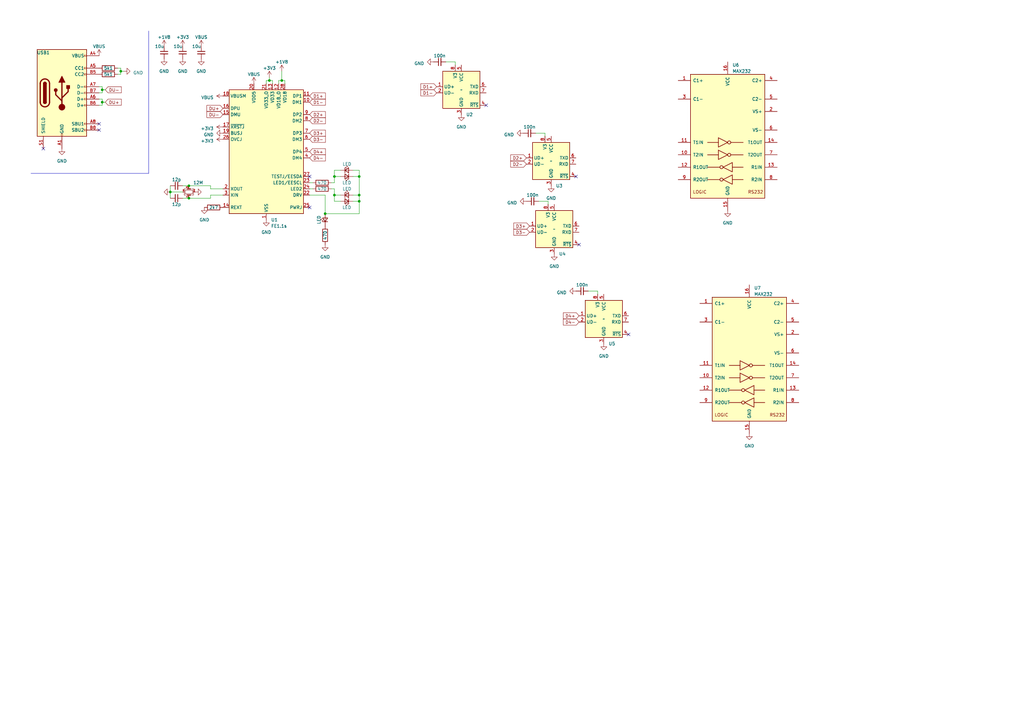
<source format=kicad_sch>
(kicad_sch (version 20230121) (generator eeschema)
  (paper "A3")
  (lib_symbols
    (symbol "Connector:USB_C_Receptacle_USB2.0" (pin_names (offset 1.016))
      (property "Reference" "J" (at -10.16 19.05 0))
      (property "Value" "USB_C_Receptacle_USB2.0" (at 19.05 19.05 0))
      (symbol "USB_C_Receptacle_USB2.0_0_0"
        (rectangle (start -0.254 -17.78) (end 0.254 -16.764))
        (rectangle (start 10.16 -14.986) (end 9.144 -15.494))
        (rectangle (start 10.16 -12.446) (end 9.144 -12.954))
        (rectangle (start 10.16 -4.826) (end 9.144 -5.334))
        (rectangle (start 10.16 -2.286) (end 9.144 -2.794))
        (rectangle (start 10.16 0.254) (end 9.144 -0.254))
        (rectangle (start 10.16 2.794) (end 9.144 2.286))
        (rectangle (start 10.16 7.874) (end 9.144 7.366))
        (rectangle (start 10.16 10.414) (end 9.144 9.906))
        (rectangle (start 10.16 15.494) (end 9.144 14.986))
      )
      (symbol "USB_C_Receptacle_USB2.0_0_1"
        (rectangle (start -10.16 17.78) (end 10.16 -17.78) (stroke (width 0.254)) (fill (type background)))
        (arc (start -8.89 -3.81) (mid -6.985 -5.7067) (end -5.08 -3.81) (stroke (width 0.508)))
        (arc (start -7.62 -3.81) (mid -6.985 -4.4423) (end -6.35 -3.81) (stroke (width 0.254)))
        (arc (start -7.62 -3.81) (mid -6.985 -4.4423) (end -6.35 -3.81) (stroke (width 0.254)) (fill (type outline)))
        (rectangle (start -7.62 -3.81) (end -6.35 3.81) (stroke (width 0.254)) (fill (type outline)))
        (arc (start -6.35 3.81) (mid -6.985 4.4423) (end -7.62 3.81) (stroke (width 0.254)))
        (arc (start -6.35 3.81) (mid -6.985 4.4423) (end -7.62 3.81) (stroke (width 0.254)) (fill (type outline)))
        (arc (start -5.08 3.81) (mid -6.985 5.7067) (end -8.89 3.81) (stroke (width 0.508)))
        (circle (center -2.54 1.143) (radius 0.635) (stroke (width 0.254)) (fill (type outline)))
        (circle (center 0 -5.842) (radius 1.27) (fill (type outline)))
        (polyline (pts (xy -8.89 -3.81) (xy -8.89 3.81)) (stroke (width 0.508)))
        (polyline (pts (xy -5.08 3.81) (xy -5.08 -3.81)) (stroke (width 0.508)))
        (polyline (pts (xy 0 -5.842) (xy 0 4.318)) (stroke (width 0.508)))
        (polyline (pts (xy 0 -3.302) (xy -2.54 -0.762) (xy -2.54 0.508)) (stroke (width 0.508)))
        (polyline (pts (xy 0 -2.032) (xy 2.54 0.508) (xy 2.54 1.778)) (stroke (width 0.508)))
        (polyline (pts (xy -1.27 4.318) (xy 0 6.858) (xy 1.27 4.318) (xy -1.27 4.318)) (stroke (width 0.254)) (fill (type outline)))
        (rectangle (start 1.905 1.778) (end 3.175 3.048) (stroke (width 0.254)) (fill (type outline)))
      )
      (symbol "USB_C_Receptacle_USB2.0_1_1"
        (pin passive line (at 0 -22.86 90) (length 5.08) (name "GND") (number "A1"))
        (pin passive line (at 0 -22.86 90) (length 5.08) hide (name "GND") (number "A12"))
        (pin passive line (at 15.24 15.24 180) (length 5.08) (name "VBUS") (number "A4"))
        (pin bidirectional line (at 15.24 10.16 180) (length 5.08) (name "CC1") (number "A5"))
        (pin bidirectional line (at 15.24 -2.54 180) (length 5.08) (name "D+") (number "A6"))
        (pin bidirectional line (at 15.24 2.54 180) (length 5.08) (name "D-") (number "A7"))
        (pin bidirectional line (at 15.24 -12.7 180) (length 5.08) (name "SBU1") (number "A8"))
        (pin passive line (at 15.24 15.24 180) (length 5.08) hide (name "VBUS") (number "A9"))
        (pin passive line (at 0 -22.86 90) (length 5.08) hide (name "GND") (number "B1"))
        (pin passive line (at 0 -22.86 90) (length 5.08) hide (name "GND") (number "B12"))
        (pin passive line (at 15.24 15.24 180) (length 5.08) hide (name "VBUS") (number "B4"))
        (pin bidirectional line (at 15.24 7.62 180) (length 5.08) (name "CC2") (number "B5"))
        (pin bidirectional line (at 15.24 -5.08 180) (length 5.08) (name "D+") (number "B6"))
        (pin bidirectional line (at 15.24 0 180) (length 5.08) (name "D-") (number "B7"))
        (pin bidirectional line (at 15.24 -15.24 180) (length 5.08) (name "SBU2") (number "B8"))
        (pin passive line (at 15.24 15.24 180) (length 5.08) hide (name "VBUS") (number "B9"))
        (pin passive line (at -7.62 -22.86 90) (length 5.08) (name "SHIELD") (number "S1"))
      )
    )
    (symbol "Device:C_Small" (pin_numbers hide) (pin_names (offset 0.254) hide)
      (property "Reference" "C" (at 0.254 1.778 0))
      (property "Value" "C_Small" (at 0.254 -2.032 0))
      (symbol "C_Small_0_1"
        (polyline (pts (xy -1.524 -0.508) (xy 1.524 -0.508)) (stroke (width 0.3302)))
        (polyline (pts (xy -1.524 0.508) (xy 1.524 0.508)) (stroke (width 0.3048)))
      )
      (symbol "C_Small_1_1"
        (pin passive line (at 0 2.54 270) (length 2.032) (name "~") (number "1"))
        (pin passive line (at 0 -2.54 90) (length 2.032) (name "~") (number "2"))
      )
    )
    (symbol "Device:Crystal_GND24_Small" (pin_names (offset 1.016) hide)
      (property "Reference" "Y" (at 1.27 4.445 0))
      (property "Value" "Crystal_GND24_Small" (at 1.27 2.54 0))
      (symbol "Crystal_GND24_Small_0_1"
        (rectangle (start -0.762 -1.524) (end 0.762 1.524))
        (polyline (pts (xy -1.27 -0.762) (xy -1.27 0.762)) (stroke (width 0.381)))
        (polyline (pts (xy 1.27 -0.762) (xy 1.27 0.762)) (stroke (width 0.381)))
        (polyline (pts (xy -1.27 -1.27) (xy -1.27 -1.905) (xy 1.27 -1.905) (xy 1.27 -1.27)))
        (polyline (pts (xy -1.27 1.27) (xy -1.27 1.905) (xy 1.27 1.905) (xy 1.27 1.27)))
      )
      (symbol "Crystal_GND24_Small_1_1"
        (pin passive line (at -2.54 0 0) (length 1.27) (name "1") (number "1"))
        (pin passive line (at 0 -2.54 90) (length 0.635) (name "2") (number "2"))
        (pin passive line (at 2.54 0 180) (length 1.27) (name "3") (number "3"))
        (pin passive line (at 0 2.54 270) (length 0.635) (name "4") (number "4"))
      )
    )
    (symbol "Device:LED_Small" (pin_numbers hide) (pin_names (offset 0.254) hide)
      (property "Reference" "D" (at -1.27 3.175 0))
      (property "Value" "LED_Small" (at -4.445 -2.54 0))
      (symbol "LED_Small_0_1"
        (polyline (pts (xy -0.762 -1.016) (xy -0.762 1.016)) (stroke (width 0.254)))
        (polyline (pts (xy 1.016 0) (xy -0.762 0)))
        (polyline (pts (xy 0.762 -1.016) (xy -0.762 0) (xy 0.762 1.016) (xy 0.762 -1.016)) (stroke (width 0.254)))
        (polyline (pts (xy 0 0.762) (xy -0.508 1.27) (xy -0.254 1.27) (xy -0.508 1.27) (xy -0.508 1.016)))
        (polyline (pts (xy 0.508 1.27) (xy 0 1.778) (xy 0.254 1.778) (xy 0 1.778) (xy 0 1.524)))
      )
      (symbol "LED_Small_1_1"
        (pin passive line (at -2.54 0 0) (length 1.778) (name "K") (number "1"))
        (pin passive line (at 2.54 0 180) (length 1.778) (name "A") (number "2"))
      )
    )
    (symbol "Device:R" (pin_numbers hide) (pin_names (offset 0))
      (property "Reference" "R" (at 2.032 0 90))
      (property "Value" "R" (at 0 0 90))
      (symbol "R_0_1"
        (rectangle (start -1.016 -2.54) (end 1.016 2.54) (stroke (width 0.254)))
      )
      (symbol "R_1_1"
        (pin passive line (at 0 3.81 270) (length 1.27) (name "~") (number "1"))
        (pin passive line (at 0 -3.81 90) (length 1.27) (name "~") (number "2"))
      )
    )
    (symbol "Interface_UART:MAX232" (pin_names (offset 1.016))
      (property "Reference" "U" (at -2.54 28.575 0))
      (property "Value" "MAX232" (at -2.54 26.67 0))
      (symbol "MAX232_0_0"
        (text "LOGIC" (at -11.43 -22.86 0) (effects (font (size 1.27 1.27))))
        (text "RS232" (at 11.43 -22.86 0) (effects (font (size 1.27 1.27))))
      )
      (symbol "MAX232_0_1"
        (rectangle (start -15.24 -25.4) (end 15.24 25.4) (stroke (width 0.254)) (fill (type background)))
        (circle (center -2.54 -17.78) (radius 0.635) (stroke (width 0.254)))
        (circle (center -2.54 -12.7) (radius 0.635) (stroke (width 0.254)))
        (polyline (pts (xy -3.81 -7.62) (xy -8.255 -7.62)) (stroke (width 0.254)))
        (polyline (pts (xy -3.81 -2.54) (xy -8.255 -2.54)) (stroke (width 0.254)))
        (polyline (pts (xy -3.175 -17.78) (xy -8.255 -17.78)) (stroke (width 0.254)))
        (polyline (pts (xy -3.175 -12.7) (xy -8.255 -12.7)) (stroke (width 0.254)))
        (polyline (pts (xy 1.27 -7.62) (xy 6.35 -7.62)) (stroke (width 0.254)))
        (polyline (pts (xy 1.27 -2.54) (xy 6.35 -2.54)) (stroke (width 0.254)))
        (polyline (pts (xy 1.905 -17.78) (xy 6.35 -17.78)) (stroke (width 0.254)))
        (polyline (pts (xy 1.905 -12.7) (xy 6.35 -12.7)) (stroke (width 0.254)))
        (polyline (pts (xy -3.81 -5.715) (xy -3.81 -9.525) (xy 0 -7.62) (xy -3.81 -5.715)) (stroke (width 0.254)))
        (polyline (pts (xy -3.81 -0.635) (xy -3.81 -4.445) (xy 0 -2.54) (xy -3.81 -0.635)) (stroke (width 0.254)))
        (polyline (pts (xy 1.905 -15.875) (xy 1.905 -19.685) (xy -1.905 -17.78) (xy 1.905 -15.875)) (stroke (width 0.254)))
        (polyline (pts (xy 1.905 -10.795) (xy 1.905 -14.605) (xy -1.905 -12.7) (xy 1.905 -10.795)) (stroke (width 0.254)))
        (circle (center 0.635 -7.62) (radius 0.635) (stroke (width 0.254)))
        (circle (center 0.635 -2.54) (radius 0.635) (stroke (width 0.254)))
      )
      (symbol "MAX232_1_1"
        (pin passive line (at -20.32 22.86 0) (length 5.08) (name "C1+") (number "1"))
        (pin input line (at -20.32 -7.62 0) (length 5.08) (name "T2IN") (number "10"))
        (pin input line (at -20.32 -2.54 0) (length 5.08) (name "T1IN") (number "11"))
        (pin output line (at -20.32 -12.7 0) (length 5.08) (name "R1OUT") (number "12"))
        (pin input line (at 20.32 -12.7 180) (length 5.08) (name "R1IN") (number "13"))
        (pin output line (at 20.32 -2.54 180) (length 5.08) (name "T1OUT") (number "14"))
        (pin power_in line (at 0 -30.48 90) (length 5.08) (name "GND") (number "15"))
        (pin power_in line (at 0 30.48 270) (length 5.08) (name "VCC") (number "16"))
        (pin power_out line (at 20.32 10.16 180) (length 5.08) (name "VS+") (number "2"))
        (pin passive line (at -20.32 15.24 0) (length 5.08) (name "C1-") (number "3"))
        (pin passive line (at 20.32 22.86 180) (length 5.08) (name "C2+") (number "4"))
        (pin passive line (at 20.32 15.24 180) (length 5.08) (name "C2-") (number "5"))
        (pin power_out line (at 20.32 2.54 180) (length 5.08) (name "VS-") (number "6"))
        (pin output line (at 20.32 -7.62 180) (length 5.08) (name "T2OUT") (number "7"))
        (pin input line (at 20.32 -17.78 180) (length 5.08) (name "R2IN") (number "8"))
        (pin output line (at -20.32 -17.78 0) (length 5.08) (name "R2OUT") (number "9"))
      )
    )
    (symbol "Interface_USB:FE1.1s"
      (property "Reference" "U" (at -11.43 26.67 0))
      (property "Value" "FE1.1s" (at 12.7 27.94 0))
      (symbol "FE1.1s_0_1"
        (rectangle (start -15.24 25.4) (end 15.24 -25.4) (stroke (width 0.254)) (fill (type background)))
      )
      (symbol "FE1.1s_1_1"
        (pin power_in line (at 0 -27.94 90) (length 2.54) (name "VSS") (number "1"))
        (pin bidirectional line (at 17.78 20.32 180) (length 2.54) (name "DM1") (number "10"))
        (pin bidirectional line (at 17.78 22.86 180) (length 2.54) (name "DP1") (number "11"))
        (pin power_out line (at 5.08 27.94 270) (length 2.54) (name "VD18_O") (number "12"))
        (pin power_in line (at 2.54 27.94 270) (length 2.54) (name "VD33") (number "13"))
        (pin passive line (at -17.78 -22.86 0) (length 2.54) (name "REXT") (number "14"))
        (pin bidirectional line (at -17.78 15.24 0) (length 2.54) (name "DMU") (number "15"))
        (pin bidirectional line (at -17.78 17.78 0) (length 2.54) (name "DPU") (number "16"))
        (pin input line (at -17.78 10.16 0) (length 2.54) (name "~{XRSTJ}") (number "17"))
        (pin input line (at -17.78 22.86 0) (length 2.54) (name "VBUSM") (number "18"))
        (pin input line (at -17.78 7.62 0) (length 2.54) (name "BUSJ") (number "19"))
        (pin output line (at -17.78 -15.24 0) (length 2.54) (name "XOUT") (number "2"))
        (pin power_in line (at -5.08 27.94 270) (length 2.54) (name "VDD5") (number "20"))
        (pin power_out line (at 0 27.94 270) (length 2.54) (name "VD33_O") (number "21"))
        (pin bidirectional line (at 17.78 -17.78 180) (length 2.54) (name "DRV") (number "22"))
        (pin bidirectional line (at 17.78 -12.7 180) (length 2.54) (name "LED1/EESCL") (number "23"))
        (pin bidirectional line (at 17.78 -15.24 180) (length 2.54) (name "LED2") (number "24"))
        (pin output line (at 17.78 -22.86 180) (length 2.54) (name "PWRJ") (number "25"))
        (pin input line (at -17.78 5.08 0) (length 2.54) (name "OVCJ") (number "26"))
        (pin bidirectional line (at 17.78 -10.16 180) (length 2.54) (name "TESTJ/EESDA") (number "27"))
        (pin power_in line (at 7.62 27.94 270) (length 2.54) (name "VD18") (number "28"))
        (pin input line (at -17.78 -17.78 0) (length 2.54) (name "XIN") (number "3"))
        (pin bidirectional line (at 17.78 -2.54 180) (length 2.54) (name "DM4") (number "4"))
        (pin bidirectional line (at 17.78 0 180) (length 2.54) (name "DP4") (number "5"))
        (pin bidirectional line (at 17.78 5.08 180) (length 2.54) (name "DM3") (number "6"))
        (pin bidirectional line (at 17.78 7.62 180) (length 2.54) (name "DP3") (number "7"))
        (pin bidirectional line (at 17.78 12.7 180) (length 2.54) (name "DM2") (number "8"))
        (pin bidirectional line (at 17.78 15.24 180) (length 2.54) (name "DP2") (number "9"))
      )
    )
    (symbol "Serial_Devices:CH340N"
      (property "Reference" "U" (at 0 0 0))
      (symbol "CH340N_0_1"
        (rectangle (start -7.62 7.62) (end 7.62 -7.62) (stroke (width 0.254)) (fill (type background)))
      )
      (symbol "CH340N_1_1"
        (pin bidirectional line (at -10.16 1.27 0) (length 2.54) (name "UD+") (number "1"))
        (pin bidirectional line (at -10.16 -1.27 0) (length 2.54) (name "UD-") (number "2"))
        (pin power_in line (at 0 -10.16 90) (length 2.54) (name "GND") (number "3"))
        (pin output line (at 10.16 -6.35 180) (length 2.54) (name "~{RTS}") (number "4"))
        (pin power_in line (at 0 10.16 270) (length 2.54) (name "VCC") (number "5"))
        (pin output line (at 10.16 1.27 180) (length 2.54) (name "TXD") (number "6"))
        (pin input line (at 10.16 -1.27 180) (length 2.54) (name "RXD") (number "7"))
        (pin passive line (at -2.54 10.16 270) (length 2.54) (name "V3") (number "8"))
      )
    )
    (symbol "power:+1V8" (power) (pin_names (offset 0))
      (property "Value" "+1V8" (at 0 3.556 0))
      (symbol "+1V8_0_1"
        (polyline (pts (xy -0.762 1.27) (xy 0 2.54)))
        (polyline (pts (xy 0 0) (xy 0 2.54)))
        (polyline (pts (xy 0 2.54) (xy 0.762 1.27)))
      )
      (symbol "+1V8_1_1"
        (pin power_in line (at 0 0 90) (length 0) hide (name "+1V8") (number "1"))
      )
    )
    (symbol "power:+3V3" (power) (pin_names (offset 0))
      (property "Value" "+3V3" (at 0 3.556 0))
      (symbol "+3V3_0_1"
        (polyline (pts (xy -0.762 1.27) (xy 0 2.54)))
        (polyline (pts (xy 0 0) (xy 0 2.54)))
        (polyline (pts (xy 0 2.54) (xy 0.762 1.27)))
      )
      (symbol "+3V3_1_1"
        (pin power_in line (at 0 0 90) (length 0) hide (name "+3V3") (number "1"))
      )
    )
    (symbol "power:GND" (power) (pin_names (offset 0))
      (property "Value" "GND" (at 0 -3.81 0))
      (symbol "GND_0_1"
        (polyline (pts (xy 0 0) (xy 0 -1.27) (xy 1.27 -1.27) (xy 0 -2.54) (xy -1.27 -1.27) (xy 0 -1.27)))
      )
      (symbol "GND_1_1"
        (pin power_in line (at 0 0 270) (length 0) hide (name "GND") (number "1"))
      )
    )
    (symbol "power:VBUS" (power) (pin_names (offset 0))
      (property "Value" "VBUS" (at 0 3.81 0))
      (symbol "VBUS_0_1"
        (polyline (pts (xy -0.762 1.27) (xy 0 2.54)))
        (polyline (pts (xy 0 0) (xy 0 2.54)))
        (polyline (pts (xy 0 2.54) (xy 0.762 1.27)))
      )
      (symbol "VBUS_1_1"
        (pin power_in line (at 0 0 90) (length 0) hide (name "VBUS") (number "1"))
      )
    )
  )
  (junction (at 77.47 81.28))
  (junction (at 69.85 78.74))
  (junction (at 147.32 80.01))
  (junction (at 77.47 76.2))
  (junction (at 110.49 33.02))
  (junction (at 137.16 72.39))
  (junction (at 147.32 72.39))
  (junction (at 147.32 82.55))
  (junction (at 41.91 36.83))
  (junction (at 115.57 33.02))
  (junction (at 41.91 41.91))
  (junction (at 137.16 80.01))
  (junction (at 133.35 87.63))
  (junction (at 49.53 29.21))
  (no_connect (at 127 85.09))
  (no_connect (at 40.64 50.8))
  (no_connect (at 257.81 137.16))
  (no_connect (at 127 72.39))
  (no_connect (at 236.22 72.39))
  (no_connect (at 237.49 100.33))
  (no_connect (at 40.64 53.34))
  (no_connect (at 17.78 60.96))
  (no_connect (at 199.39 43.18))
  (wire (pts (xy 77.47 81.28) (xy 86.36 81.28)))
  (wire (pts (xy 127 74.93) (xy 128.27 74.93)))
  (wire (pts (xy 144.78 69.85) (xy 147.32 69.85)))
  (wire (pts (xy 135.89 74.93) (xy 137.16 74.93)))
  (wire (pts (xy 41.91 41.91) (xy 41.91 43.18)))
  (wire (pts (xy 245.11 120.65) (xy 245.11 119.38)))
  (wire (pts (xy 223.52 54.61) (xy 219.71 54.61)))
  (wire (pts (xy 137.16 72.39) (xy 139.7 72.39)))
  (wire (pts (xy 91.44 77.47) (xy 86.36 77.47)))
  (wire (pts (xy 40.64 35.56) (xy 41.91 35.56)))
  (wire (pts (xy 41.91 36.83) (xy 43.18 36.83)))
  (wire (pts (xy 137.16 80.01) (xy 137.16 82.55)))
  (wire (pts (xy 48.26 30.48) (xy 49.53 30.48)))
  (wire (pts (xy 137.16 69.85) (xy 139.7 69.85)))
  (wire (pts (xy 41.91 38.1) (xy 40.64 38.1)))
  (wire (pts (xy 41.91 40.64) (xy 41.91 41.91)))
  (wire (pts (xy 110.49 33.02) (xy 111.76 33.02)))
  (wire (pts (xy 86.36 77.47) (xy 86.36 76.2)))
  (wire (pts (xy 40.64 40.64) (xy 41.91 40.64)))
  (wire (pts (xy 135.89 77.47) (xy 137.16 77.47)))
  (wire (pts (xy 144.78 82.55) (xy 147.32 82.55)))
  (wire (pts (xy 115.57 33.02) (xy 116.84 33.02)))
  (wire (pts (xy 127 77.47) (xy 128.27 77.47)))
  (wire (pts (xy 114.3 33.02) (xy 115.57 33.02)))
  (polyline (pts (xy 12.7 71.12) (xy 60.96 71.12)))
  (wire (pts (xy 147.32 80.01) (xy 147.32 82.55)))
  (wire (pts (xy 223.52 55.88) (xy 223.52 54.61)))
  (wire (pts (xy 137.16 72.39) (xy 137.16 69.85)))
  (wire (pts (xy 186.69 26.67) (xy 186.69 25.4)))
  (wire (pts (xy 86.36 76.2) (xy 77.47 76.2)))
  (wire (pts (xy 110.49 31.75) (xy 110.49 33.02)))
  (wire (pts (xy 137.16 77.47) (xy 137.16 80.01)))
  (wire (pts (xy 133.35 80.01) (xy 127 80.01)))
  (wire (pts (xy 41.91 43.18) (xy 40.64 43.18)))
  (wire (pts (xy 86.36 81.28) (xy 86.36 80.01)))
  (wire (pts (xy 69.85 78.74) (xy 69.85 81.28)))
  (wire (pts (xy 69.85 76.2) (xy 69.85 78.74)))
  (wire (pts (xy 69.85 78.74) (xy 74.93 78.74)))
  (wire (pts (xy 49.53 27.94) (xy 49.53 29.21)))
  (wire (pts (xy 144.78 72.39) (xy 147.32 72.39)))
  (wire (pts (xy 186.69 25.4) (xy 182.88 25.4)))
  (wire (pts (xy 41.91 35.56) (xy 41.91 36.83)))
  (wire (pts (xy 109.22 33.02) (xy 110.49 33.02)))
  (wire (pts (xy 115.57 29.21) (xy 115.57 33.02)))
  (wire (pts (xy 49.53 30.48) (xy 49.53 29.21)))
  (wire (pts (xy 109.22 34.29) (xy 109.22 33.02)))
  (wire (pts (xy 137.16 74.93) (xy 137.16 72.39)))
  (polyline (pts (xy 60.96 12.7) (xy 60.96 71.12)))
  (wire (pts (xy 133.35 87.63) (xy 133.35 80.01)))
  (wire (pts (xy 245.11 119.38) (xy 241.3 119.38)))
  (wire (pts (xy 147.32 72.39) (xy 147.32 80.01)))
  (wire (pts (xy 114.3 34.29) (xy 114.3 33.02)))
  (wire (pts (xy 41.91 36.83) (xy 41.91 38.1)))
  (wire (pts (xy 74.93 76.2) (xy 77.47 76.2)))
  (wire (pts (xy 147.32 69.85) (xy 147.32 72.39)))
  (wire (pts (xy 137.16 80.01) (xy 139.7 80.01)))
  (wire (pts (xy 147.32 82.55) (xy 147.32 87.63)))
  (wire (pts (xy 144.78 80.01) (xy 147.32 80.01)))
  (wire (pts (xy 74.93 81.28) (xy 77.47 81.28)))
  (wire (pts (xy 86.36 80.01) (xy 91.44 80.01)))
  (wire (pts (xy 224.79 82.55) (xy 220.98 82.55)))
  (wire (pts (xy 137.16 82.55) (xy 139.7 82.55)))
  (wire (pts (xy 49.53 29.21) (xy 50.8 29.21)))
  (wire (pts (xy 116.84 33.02) (xy 116.84 34.29)))
  (wire (pts (xy 48.26 27.94) (xy 49.53 27.94)))
  (wire (pts (xy 41.91 41.91) (xy 43.18 41.91)))
  (wire (pts (xy 224.79 83.82) (xy 224.79 82.55)))
  (wire (pts (xy 147.32 87.63) (xy 133.35 87.63)))
  (wire (pts (xy 111.76 33.02) (xy 111.76 34.29)))
  (global_label "D2-" (shape input) (at 215.9 67.31 180) (property "Intersheetrefs" "${INTERSHEET_REFS}" (effects hide)))
  (global_label "D3-" (shape input) (at 127 57.15 0) (property "Intersheetrefs" "${INTERSHEET_REFS}" (effects hide)))
  (global_label "D1+" (shape input) (at 127 39.37 0) (property "Intersheetrefs" "${INTERSHEET_REFS}" (effects hide)))
  (global_label "D3-" (shape input) (at 217.17 95.25 180) (property "Intersheetrefs" "${INTERSHEET_REFS}" (effects hide)))
  (global_label "D1-" (shape input) (at 127 41.91 0) (property "Intersheetrefs" "${INTERSHEET_REFS}" (effects hide)))
  (global_label "D4-" (shape input) (at 237.49 132.08 180) (property "Intersheetrefs" "${INTERSHEET_REFS}" (effects hide)))
  (global_label "DU+" (shape input) (at 43.18 41.91 0) (property "Intersheetrefs" "${INTERSHEET_REFS}" (effects hide)))
  (global_label "D4+" (shape input) (at 237.49 129.54 180) (property "Intersheetrefs" "${INTERSHEET_REFS}" (effects hide)))
  (global_label "D3+" (shape input) (at 217.17 92.71 180) (property "Intersheetrefs" "${INTERSHEET_REFS}" (effects hide)))
  (global_label "D2+" (shape input) (at 215.9 64.77 180) (property "Intersheetrefs" "${INTERSHEET_REFS}" (effects hide)))
  (global_label "DU-" (shape input) (at 43.18 36.83 0) (property "Intersheetrefs" "${INTERSHEET_REFS}" (effects hide)))
  (global_label "D4-" (shape input) (at 127 64.77 0) (property "Intersheetrefs" "${INTERSHEET_REFS}" (effects hide)))
  (global_label "D2-" (shape input) (at 127 49.53 0) (property "Intersheetrefs" "${INTERSHEET_REFS}" (effects hide)))
  (global_label "D1-" (shape input) (at 179.07 38.1 180) (property "Intersheetrefs" "${INTERSHEET_REFS}" (effects hide)))
  (global_label "DU+" (shape input) (at 91.44 44.45 180) (property "Intersheetrefs" "${INTERSHEET_REFS}" (effects hide)))
  (global_label "D2+" (shape input) (at 127 46.99 0) (property "Intersheetrefs" "${INTERSHEET_REFS}" (effects hide)))
  (global_label "D3+" (shape input) (at 127 54.61 0) (property "Intersheetrefs" "${INTERSHEET_REFS}" (effects hide)))
  (global_label "D1+" (shape input) (at 179.07 35.56 180) (property "Intersheetrefs" "${INTERSHEET_REFS}" (effects hide)))
  (global_label "D4+" (shape input) (at 127 62.23 0) (property "Intersheetrefs" "${INTERSHEET_REFS}" (effects hide)))
  (global_label "DU-" (shape input) (at 91.44 46.99 180) (property "Intersheetrefs" "${INTERSHEET_REFS}" (effects hide)))
  (symbol (lib_id "Device:C_Small") (at 180.34 25.4 90) (unit 1)
    (property "Reference" "C6" (effects hide))
    (property "Value" "100n" (at 180.3463 22.86 90))
    (property "Footprint" "Capacitor_SMD:C_0402_1005Metric" (effects hide))
  )
  (symbol (lib_id "power:+1V8") (at 115.57 29.21 0) (unit 1)
    (property "Reference" "#PWR014" (effects hide))
    (property "Value" "+1V8" (at 115.57 25.4 0))
  )
  (symbol (lib_id "power:GND") (at 189.23 46.99 0) (unit 1)
    (property "Reference" "#PWR027" (effects hide))
    (property "Value" "GND" (at 189.23 52.07 0))
  )
  (symbol (lib_id "power:GND") (at 214.63 54.61 270) (unit 1)
    (property "Reference" "#PWR029" (effects hide))
    (property "Value" "GND" (at 210.82 55.245 90) (effects (justify right)))
  )
  (symbol (lib_id "power:+3V3") (at 91.44 57.15 90) (unit 1)
    (property "Reference" "#PWR012" (effects hide))
    (property "Value" "+3V3" (at 87.63 57.785 90) (effects (justify left)))
  )
  (symbol (lib_id "Device:C_Small") (at 82.55 21.59 0) (unit 1)
    (property "Reference" "C5" (effects hide))
    (property "Value" "10u" (at 78.74 19.05 0) (effects (justify left)))
    (property "Footprint" "Capacitor_SMD:C_0402_1005Metric" (effects hide))
  )
  (symbol (lib_id "power:GND") (at 69.85 78.74 270) (unit 1)
    (property "Reference" "#PWR05" (effects hide))
    (property "Value" "GND" (effects hide))
  )
  (symbol (lib_id "Device:LED_Small") (at 133.35 90.17 90) (unit 1)
    (property "Reference" "D5" (effects hide))
    (property "Value" "LED" (at 130.81 90.17 0))
    (property "Footprint" "Diode_SMD:D_0402_1005Metric" (effects hide))
  )
  (symbol (lib_id "Interface_USB:FE1.1s") (at 109.22 62.23 0) (unit 1)
    (property "Reference" "U1" (at 111.1759 90.17 0) (effects (justify left)))
    (property "Value" "FE1.1s" (at 111.1759 92.71 0) (effects (justify left)))
    (property "Footprint" "Package_SO:SSOP-28_3.9x9.9mm_P0.635mm" (effects hide))
    (property "Datasheet" "https://cdn-shop.adafruit.com/product-files/2991/FE1.1s+Data+Sheet+(Rev.+1.0).pdf" (effects hide))
  )
  (symbol (lib_id "Device:R") (at 87.63 85.09 90) (unit 1)
    (property "Reference" "R3" (effects hide))
    (property "Value" "2k7" (at 87.63 85.09 90))
    (property "Footprint" "Resistor_SMD:R_0402_1005Metric" (effects hide))
  )
  (symbol (lib_id "power:GND") (at 133.35 100.33 0) (unit 1)
    (property "Reference" "#PWR021" (effects hide))
    (property "Value" "GND" (at 133.35 105.41 0))
  )
  (symbol (lib_id "power:GND") (at 177.8 25.4 270) (unit 1)
    (property "Reference" "#PWR028" (effects hide))
    (property "Value" "GND" (at 173.99 26.035 90) (effects (justify right)))
  )
  (symbol (lib_id "Device:Crystal_GND24_Small") (at 77.47 78.74 90) (unit 1)
    (property "Reference" "Y1" (effects hide))
    (property "Value" "12M" (at 81.28 74.93 90))
    (property "Footprint" "Crystal:Crystal_SMD_3225-4Pin_3.2x2.5mm" (effects hide))
  )
  (symbol (lib_id "power:GND") (at 227.33 104.14 0) (unit 1)
    (property "Reference" "#PWR023" (effects hide))
    (property "Value" "GND" (at 227.33 109.22 0))
  )
  (symbol (lib_id "power:VBUS") (at 91.44 39.37 90) (unit 1)
    (property "Reference" "#PWR09" (effects hide))
    (property "Value" "VBUS" (at 87.63 40.005 90) (effects (justify left)))
  )
  (symbol (lib_id "Device:LED_Small") (at 142.24 82.55 180) (unit 1)
    (property "Reference" "D4" (effects hide))
    (property "Value" "LED" (at 142.24 85.09 0))
    (property "Footprint" "Diode_SMD:D_0402_1005Metric" (effects hide))
  )
  (symbol (lib_id "Connector:USB_C_Receptacle_USB2.0") (at 25.4 38.1 0) (unit 1)
    (property "Reference" "USB1" (at 17.78 21.59 0))
    (property "Value" "USB_C_Receptacle_USB2.0" (effects hide))
    (property "Footprint" "Connector_USB:USB_C_Receptacle_HRO_TYPE-C-31-M-12" (effects hide))
    (property "Datasheet" "https://www.usb.org/sites/default/files/documents/usb_type-c.zip" (effects hide))
  )
  (symbol (lib_id "power:+1V8") (at 67.31 19.05 0) (unit 1)
    (property "Reference" "#PWR015" (effects hide))
    (property "Value" "+1V8" (at 67.31 15.24 0))
  )
  (symbol (lib_id "power:GND") (at 236.22 119.38 270) (unit 1)
    (property "Reference" "#PWR031" (effects hide))
    (property "Value" "GND" (at 232.41 120.015 90) (effects (justify right)))
  )
  (symbol (lib_id "power:GND") (at 226.06 76.2 0) (unit 1)
    (property "Reference" "#PWR026" (effects hide))
    (property "Value" "GND" (at 226.06 81.28 0))
  )
  (symbol (lib_id "power:GND") (at 215.9 82.55 270) (unit 1)
    (property "Reference" "#PWR030" (effects hide))
    (property "Value" "GND" (at 212.09 83.185 90) (effects (justify right)))
  )
  (symbol (lib_id "Device:R") (at 132.08 77.47 90) (unit 1)
    (property "Reference" "R5" (effects hide))
    (property "Value" "470" (at 132.08 77.47 90))
    (property "Footprint" "Resistor_SMD:R_0402_1005Metric" (effects hide))
  )
  (symbol (lib_id "power:GND") (at 50.8 29.21 90) (unit 1)
    (property "Reference" "#PWR02" (effects hide))
    (property "Value" "GND" (at 54.61 29.845 90) (effects (justify right)))
  )
  (symbol (lib_id "Device:R") (at 133.35 96.52 0) (unit 1)
    (property "Reference" "R6" (effects hide))
    (property "Value" "470" (at 133.35 96.52 90))
    (property "Footprint" "Resistor_SMD:R_0402_1005Metric" (effects hide))
  )
  (symbol (lib_id "power:VBUS") (at 82.55 19.05 0) (unit 1)
    (property "Reference" "#PWR017" (effects hide))
    (property "Value" "VBUS" (at 82.55 15.24 0))
  )
  (symbol (lib_id "Interface_UART:MAX232") (at 298.45 55.88 0) (unit 1)
    (property "Reference" "U6" (at 300.4059 26.67 0) (effects (justify left)))
    (property "Value" "MAX232" (at 300.4059 29.21 0) (effects (justify left)))
    (property "Footprint" "Package_SO:SOIC-16_3.9x9.9mm_P1.27mm" (effects hide))
    (property "Datasheet" "http://www.ti.com/lit/ds/symlink/max232.pdf" (effects hide))
  )
  (symbol (lib_id "Serial_Devices:CH340N") (at 247.65 130.81 0) (unit 1)
    (property "Reference" "U5" (at 249.6059 140.97 0) (effects (justify left)))
    (property "Value" "~" (at 247.65 130.81 0))
    (property "Footprint" "Package_SO:SOP-8_3.9x4.9mm_P1.27mm" (effects hide))
  )
  (symbol (lib_id "power:GND") (at 82.55 24.13 0) (unit 1)
    (property "Reference" "#PWR018" (effects hide))
    (property "Value" "GND" (at 82.55 29.21 0))
  )
  (symbol (lib_id "Serial_Devices:CH340N") (at 226.06 66.04 0) (unit 1)
    (property "Reference" "U3" (at 228.0159 76.2 0) (effects (justify left)))
    (property "Value" "~" (at 226.06 66.04 0))
    (property "Footprint" "Package_SO:SOP-8_3.9x4.9mm_P1.27mm" (effects hide))
  )
  (symbol (lib_id "Device:LED_Small") (at 142.24 80.01 0) (unit 1)
    (property "Reference" "D3" (effects hide))
    (property "Value" "LED" (at 142.3035 77.47 0))
    (property "Footprint" "Diode_SMD:D_0402_1005Metric" (effects hide))
  )
  (symbol (lib_id "power:VBUS") (at 40.64 22.86 0) (unit 1)
    (property "Reference" "#PWR01" (effects hide))
    (property "Value" "VBUS" (at 40.64 19.05 0))
  )
  (symbol (lib_id "Device:C_Small") (at 238.76 119.38 90) (unit 1)
    (property "Reference" "C9" (effects hide))
    (property "Value" "100n" (at 238.7663 116.84 90))
    (property "Footprint" "Capacitor_SMD:C_0402_1005Metric" (effects hide))
  )
  (symbol (lib_id "power:GND") (at 25.4 60.96 0) (unit 1)
    (property "Reference" "#PWR03" (effects hide))
    (property "Value" "GND" (at 25.4 66.04 0))
  )
  (symbol (lib_id "Device:C_Small") (at 67.31 21.59 0) (unit 1)
    (property "Reference" "C3" (effects hide))
    (property "Value" "10u" (at 63.5 19.05 0) (effects (justify left)))
    (property "Footprint" "Capacitor_SMD:C_0402_1005Metric" (effects hide))
  )
  (symbol (lib_id "Device:R") (at 44.45 30.48 90) (unit 1)
    (property "Reference" "R2" (effects hide))
    (property "Value" "5k1" (at 44.45 30.48 90))
    (property "Footprint" "Resistor_SMD:R_0402_1005Metric" (effects hide))
  )
  (symbol (lib_id "Device:LED_Small") (at 142.24 69.85 0) (unit 1)
    (property "Reference" "D1" (effects hide))
    (property "Value" "LED" (at 142.3035 67.31 0))
    (property "Footprint" "Diode_SMD:D_0402_1005Metric" (effects hide))
  )
  (symbol (lib_id "power:GND") (at 307.34 177.8 0) (unit 1)
    (property "Reference" "#PWR025" (effects hide))
    (property "Value" "GND" (at 307.34 182.88 0))
  )
  (symbol (lib_id "Interface_UART:MAX232") (at 307.34 147.32 0) (unit 1)
    (property "Reference" "U7" (at 309.2959 118.11 0) (effects (justify left)))
    (property "Value" "MAX232" (at 309.2959 120.65 0) (effects (justify left)))
    (property "Footprint" "Package_SO:SOIC-16_3.9x9.9mm_P1.27mm" (effects hide))
    (property "Datasheet" "http://www.ti.com/lit/ds/symlink/max232.pdf" (effects hide))
  )
  (symbol (lib_id "power:GND") (at 74.93 24.13 0) (unit 1)
    (property "Reference" "#PWR019" (effects hide))
    (property "Value" "GND" (at 74.93 29.21 0))
  )
  (symbol (lib_id "Device:C_Small") (at 72.39 81.28 270) (unit 1)
    (property "Reference" "C2" (effects hide))
    (property "Value" "12p" (at 72.39 83.82 90))
    (property "Footprint" "Capacitor_SMD:C_0402_1005Metric" (effects hide))
  )
  (symbol (lib_id "Serial_Devices:CH340N") (at 189.23 36.83 0) (unit 1)
    (property "Reference" "U2" (at 191.1859 46.99 0) (effects (justify left)))
    (property "Value" "~" (at 189.23 36.83 0))
    (property "Footprint" "Package_SO:SOP-8_3.9x4.9mm_P1.27mm" (effects hide))
  )
  (symbol (lib_id "Device:C_Small") (at 218.44 82.55 90) (unit 1)
    (property "Reference" "C8" (effects hide))
    (property "Value" "100n" (at 218.4463 80.01 90))
    (property "Footprint" "Capacitor_SMD:C_0402_1005Metric" (effects hide))
  )
  (symbol (lib_id "power:GND") (at 298.45 86.36 0) (unit 1)
    (property "Reference" "#PWR024" (effects hide))
    (property "Value" "GND" (at 298.45 91.44 0))
  )
  (symbol (lib_id "power:+3V3") (at 110.49 31.75 0) (unit 1)
    (property "Reference" "#PWR013" (effects hide))
    (property "Value" "+3V3" (at 110.49 27.94 0))
  )
  (symbol (lib_id "Device:C_Small") (at 74.93 21.59 0) (unit 1)
    (property "Reference" "C4" (effects hide))
    (property "Value" "10u" (at 71.12 19.05 0) (effects (justify left)))
    (property "Footprint" "Capacitor_SMD:C_0402_1005Metric" (effects hide))
  )
  (symbol (lib_id "Serial_Devices:CH340N") (at 227.33 93.98 0) (unit 1)
    (property "Reference" "U4" (at 229.2859 104.14 0) (effects (justify left)))
    (property "Value" "~" (at 227.33 93.98 0))
    (property "Footprint" "Package_SO:SOP-8_3.9x4.9mm_P1.27mm" (effects hide))
  )
  (symbol (lib_id "power:GND") (at 91.44 54.61 270) (unit 1)
    (property "Reference" "#PWR011" (effects hide))
    (property "Value" "GND" (at 87.63 55.245 90) (effects (justify right)))
  )
  (symbol (lib_id "power:GND") (at 247.65 140.97 0) (unit 1)
    (property "Reference" "#PWR022" (effects hide))
    (property "Value" "GND" (at 247.65 146.05 0))
  )
  (symbol (lib_id "power:GND") (at 67.31 24.13 0) (unit 1)
    (property "Reference" "#PWR020" (effects hide))
    (property "Value" "GND" (at 67.31 29.21 0))
  )
  (symbol (lib_id "power:VBUS") (at 104.14 34.29 0) (unit 1)
    (property "Reference" "#PWR010" (effects hide))
    (property "Value" "VBUS" (at 104.14 30.48 0))
  )
  (symbol (lib_id "power:+3V3") (at 91.44 52.07 90) (unit 1)
    (property "Reference" "#PWR08" (effects hide))
    (property "Value" "+3V3" (at 87.63 52.705 90) (effects (justify left)))
  )
  (symbol (lib_id "Device:C_Small") (at 72.39 76.2 90) (unit 1)
    (property "Reference" "C1" (effects hide))
    (property "Value" "12p" (at 72.3963 73.66 90))
    (property "Footprint" "Capacitor_SMD:C_0402_1005Metric" (effects hide))
  )
  (symbol (lib_id "Device:C_Small") (at 217.17 54.61 90) (unit 1)
    (property "Reference" "C7" (effects hide))
    (property "Value" "100n" (at 217.1763 52.07 90))
    (property "Footprint" "Capacitor_SMD:C_0402_1005Metric" (effects hide))
  )
  (symbol (lib_id "power:GND") (at 109.22 90.17 0) (unit 1)
    (property "Reference" "#PWR06" (effects hide))
    (property "Value" "GND" (at 109.22 95.25 0))
  )
  (symbol (lib_id "Device:LED_Small") (at 142.24 72.39 180) (unit 1)
    (property "Reference" "D2" (effects hide))
    (property "Value" "LED" (at 142.24 74.93 0))
    (property "Footprint" "Diode_SMD:D_0402_1005Metric" (effects hide))
  )
  (symbol (lib_id "Device:R") (at 132.08 74.93 90) (unit 1)
    (property "Reference" "R4" (effects hide))
    (property "Value" "470" (at 132.08 74.93 90))
    (property "Footprint" "Resistor_SMD:R_0402_1005Metric" (effects hide))
  )
  (symbol (lib_id "power:GND") (at 83.82 85.09 0) (unit 1)
    (property "Reference" "#PWR07" (effects hide))
    (property "Value" "GND" (at 83.82 90.17 0))
  )
  (symbol (lib_id "power:+3V3") (at 74.93 19.05 0) (unit 1)
    (property "Reference" "#PWR016" (effects hide))
    (property "Value" "+3V3" (at 74.93 15.24 0))
  )
  (symbol (lib_id "Device:R") (at 44.45 27.94 90) (unit 1)
    (property "Reference" "R1" (effects hide))
    (property "Value" "5k1" (at 44.45 27.94 90))
    (property "Footprint" "Resistor_SMD:R_0402_1005Metric" (effects hide))
  )
  (symbol (lib_id "power:GND") (at 80.01 78.74 90) (unit 1)
    (property "Reference" "#PWR04" (effects hide))
    (property "Value" "GND" (effects hide))
  )
)
</source>
